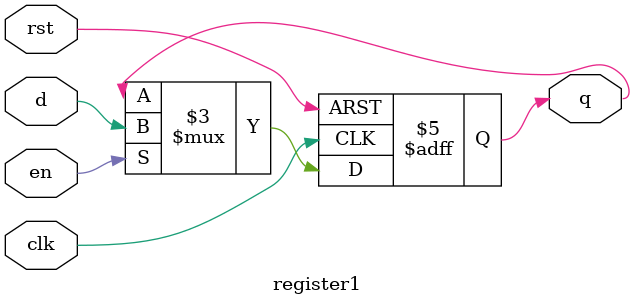
<source format=v>
module register1 (
  clk,
  rst,
  en,
  d,
  q
);

  input    clk;
  input    rst;
  input    en;
  input    d;
  output   q;

  reg      q;

  always @( posedge clk or posedge rst ) begin
    if ( rst ) begin
      q <= 1'b0;
    end
    else if ( en ) begin
      q <= d;
    end
    else begin
      q <= q;
    end
  end

endmodule


</source>
